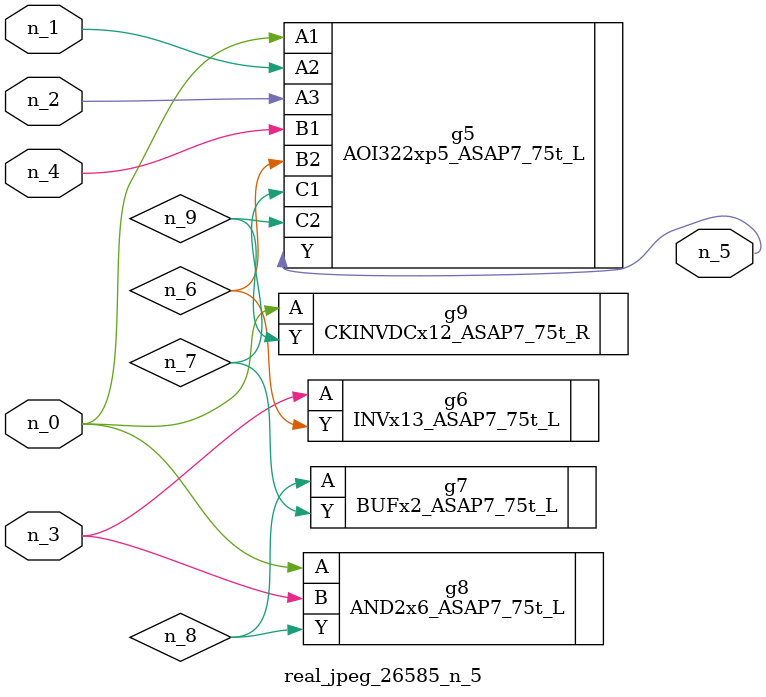
<source format=v>
module real_jpeg_26585_n_5 (n_4, n_0, n_1, n_2, n_3, n_5);

input n_4;
input n_0;
input n_1;
input n_2;
input n_3;

output n_5;

wire n_8;
wire n_6;
wire n_7;
wire n_9;

AOI322xp5_ASAP7_75t_L g5 ( 
.A1(n_0),
.A2(n_1),
.A3(n_2),
.B1(n_4),
.B2(n_6),
.C1(n_7),
.C2(n_9),
.Y(n_5)
);

AND2x6_ASAP7_75t_L g8 ( 
.A(n_0),
.B(n_3),
.Y(n_8)
);

CKINVDCx12_ASAP7_75t_R g9 ( 
.A(n_0),
.Y(n_9)
);

INVx13_ASAP7_75t_L g6 ( 
.A(n_3),
.Y(n_6)
);

BUFx2_ASAP7_75t_L g7 ( 
.A(n_8),
.Y(n_7)
);


endmodule
</source>
